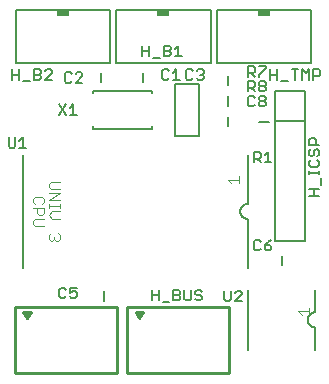
<source format=gto>
G75*
%MOIN*%
%OFA0B0*%
%FSLAX25Y25*%
%IPPOS*%
%LPD*%
%AMOC8*
5,1,8,0,0,1.08239X$1,22.5*
%
%ADD10C,0.00800*%
%ADD11C,0.00500*%
%ADD12C,0.00300*%
%ADD13C,0.00400*%
%ADD14C,0.01000*%
%ADD15R,0.03937X0.01969*%
%ADD16C,0.00787*%
D10*
X0024129Y0056805D02*
X0024129Y0094305D01*
X0075030Y0100665D02*
X0082771Y0100665D01*
X0082771Y0117988D01*
X0075030Y0117988D01*
X0075030Y0100665D01*
X0099129Y0094305D02*
X0099129Y0078055D01*
X0099031Y0078053D01*
X0098933Y0078047D01*
X0098835Y0078038D01*
X0098738Y0078024D01*
X0098641Y0078007D01*
X0098545Y0077986D01*
X0098450Y0077961D01*
X0098356Y0077933D01*
X0098264Y0077900D01*
X0098172Y0077865D01*
X0098082Y0077825D01*
X0097994Y0077783D01*
X0097907Y0077736D01*
X0097823Y0077687D01*
X0097740Y0077634D01*
X0097660Y0077578D01*
X0097581Y0077518D01*
X0097505Y0077456D01*
X0097432Y0077391D01*
X0097361Y0077323D01*
X0097293Y0077252D01*
X0097228Y0077179D01*
X0097166Y0077103D01*
X0097106Y0077024D01*
X0097050Y0076944D01*
X0096997Y0076861D01*
X0096948Y0076777D01*
X0096901Y0076690D01*
X0096859Y0076602D01*
X0096819Y0076512D01*
X0096784Y0076420D01*
X0096751Y0076328D01*
X0096723Y0076234D01*
X0096698Y0076139D01*
X0096677Y0076043D01*
X0096660Y0075946D01*
X0096646Y0075849D01*
X0096637Y0075751D01*
X0096631Y0075653D01*
X0096629Y0075555D01*
X0096631Y0075457D01*
X0096637Y0075359D01*
X0096646Y0075261D01*
X0096660Y0075164D01*
X0096677Y0075067D01*
X0096698Y0074971D01*
X0096723Y0074876D01*
X0096751Y0074782D01*
X0096784Y0074690D01*
X0096819Y0074598D01*
X0096859Y0074508D01*
X0096901Y0074420D01*
X0096948Y0074333D01*
X0096997Y0074249D01*
X0097050Y0074166D01*
X0097106Y0074086D01*
X0097166Y0074007D01*
X0097228Y0073931D01*
X0097293Y0073858D01*
X0097361Y0073787D01*
X0097432Y0073719D01*
X0097505Y0073654D01*
X0097581Y0073592D01*
X0097660Y0073532D01*
X0097740Y0073476D01*
X0097823Y0073423D01*
X0097907Y0073374D01*
X0097994Y0073327D01*
X0098082Y0073285D01*
X0098172Y0073245D01*
X0098264Y0073210D01*
X0098356Y0073177D01*
X0098450Y0073149D01*
X0098545Y0073124D01*
X0098641Y0073103D01*
X0098738Y0073086D01*
X0098835Y0073072D01*
X0098933Y0073063D01*
X0099031Y0073057D01*
X0099129Y0073055D01*
X0099129Y0056805D01*
X0099147Y0049445D02*
X0099147Y0029445D01*
X0121647Y0029445D02*
X0121647Y0036945D01*
X0121549Y0036947D01*
X0121451Y0036953D01*
X0121353Y0036962D01*
X0121256Y0036976D01*
X0121159Y0036993D01*
X0121063Y0037014D01*
X0120968Y0037039D01*
X0120874Y0037067D01*
X0120782Y0037100D01*
X0120690Y0037135D01*
X0120600Y0037175D01*
X0120512Y0037217D01*
X0120425Y0037264D01*
X0120341Y0037313D01*
X0120258Y0037366D01*
X0120178Y0037422D01*
X0120099Y0037482D01*
X0120023Y0037544D01*
X0119950Y0037609D01*
X0119879Y0037677D01*
X0119811Y0037748D01*
X0119746Y0037821D01*
X0119684Y0037897D01*
X0119624Y0037976D01*
X0119568Y0038056D01*
X0119515Y0038139D01*
X0119466Y0038223D01*
X0119419Y0038310D01*
X0119377Y0038398D01*
X0119337Y0038488D01*
X0119302Y0038580D01*
X0119269Y0038672D01*
X0119241Y0038766D01*
X0119216Y0038861D01*
X0119195Y0038957D01*
X0119178Y0039054D01*
X0119164Y0039151D01*
X0119155Y0039249D01*
X0119149Y0039347D01*
X0119147Y0039445D01*
X0119149Y0039543D01*
X0119155Y0039641D01*
X0119164Y0039739D01*
X0119178Y0039836D01*
X0119195Y0039933D01*
X0119216Y0040029D01*
X0119241Y0040124D01*
X0119269Y0040218D01*
X0119302Y0040310D01*
X0119337Y0040402D01*
X0119377Y0040492D01*
X0119419Y0040580D01*
X0119466Y0040667D01*
X0119515Y0040751D01*
X0119568Y0040834D01*
X0119624Y0040914D01*
X0119684Y0040993D01*
X0119746Y0041069D01*
X0119811Y0041142D01*
X0119879Y0041213D01*
X0119950Y0041281D01*
X0120023Y0041346D01*
X0120099Y0041408D01*
X0120178Y0041468D01*
X0120258Y0041524D01*
X0120341Y0041577D01*
X0120425Y0041626D01*
X0120512Y0041673D01*
X0120600Y0041715D01*
X0120690Y0041755D01*
X0120782Y0041790D01*
X0120874Y0041823D01*
X0120968Y0041851D01*
X0121063Y0041876D01*
X0121159Y0041897D01*
X0121256Y0041914D01*
X0121353Y0041928D01*
X0121451Y0041937D01*
X0121549Y0041943D01*
X0121647Y0041945D01*
X0121647Y0049445D01*
X0118349Y0065626D02*
X0108349Y0065626D01*
X0108349Y0105626D01*
X0118349Y0105626D01*
X0108349Y0105626D02*
X0108349Y0115626D01*
X0118349Y0115626D01*
X0118349Y0065626D01*
D11*
X0110397Y0060705D02*
X0110397Y0057555D01*
X0106461Y0062530D02*
X0105314Y0062530D01*
X0104741Y0063103D01*
X0104741Y0064249D01*
X0106461Y0064249D01*
X0107034Y0063676D01*
X0107034Y0063103D01*
X0106461Y0062530D01*
X0104741Y0064249D02*
X0105888Y0065396D01*
X0107034Y0065969D01*
X0103409Y0065396D02*
X0102836Y0065969D01*
X0101689Y0065969D01*
X0101116Y0065396D01*
X0101116Y0063103D01*
X0101689Y0062530D01*
X0102836Y0062530D01*
X0103409Y0063103D01*
X0096618Y0049040D02*
X0095472Y0049040D01*
X0094899Y0048467D01*
X0093567Y0049040D02*
X0093567Y0046174D01*
X0092993Y0045600D01*
X0091847Y0045600D01*
X0091273Y0046174D01*
X0091273Y0049040D01*
X0094899Y0045600D02*
X0097192Y0047894D01*
X0097192Y0048467D01*
X0096618Y0049040D01*
X0097192Y0045600D02*
X0094899Y0045600D01*
X0083929Y0046410D02*
X0083355Y0045837D01*
X0082209Y0045837D01*
X0081635Y0046410D01*
X0082209Y0047557D02*
X0083355Y0047557D01*
X0083929Y0046983D01*
X0083929Y0046410D01*
X0082209Y0047557D02*
X0081635Y0048130D01*
X0081635Y0048703D01*
X0082209Y0049277D01*
X0083355Y0049277D01*
X0083929Y0048703D01*
X0080304Y0049277D02*
X0080304Y0046410D01*
X0079730Y0045837D01*
X0078584Y0045837D01*
X0078010Y0046410D01*
X0078010Y0049277D01*
X0076678Y0048703D02*
X0076678Y0048130D01*
X0076105Y0047557D01*
X0074385Y0047557D01*
X0074385Y0045837D02*
X0074385Y0049277D01*
X0076105Y0049277D01*
X0076678Y0048703D01*
X0076105Y0047557D02*
X0076678Y0046983D01*
X0076678Y0046410D01*
X0076105Y0045837D01*
X0074385Y0045837D01*
X0073053Y0045263D02*
X0070760Y0045263D01*
X0069428Y0045837D02*
X0069428Y0049277D01*
X0069428Y0047557D02*
X0067135Y0047557D01*
X0067135Y0045837D02*
X0067135Y0049277D01*
X0051341Y0048894D02*
X0051341Y0045744D01*
X0042074Y0047158D02*
X0041500Y0046585D01*
X0040354Y0046585D01*
X0039780Y0047158D01*
X0039780Y0048305D02*
X0040927Y0048878D01*
X0041500Y0048878D01*
X0042074Y0048305D01*
X0042074Y0047158D01*
X0039780Y0048305D02*
X0039780Y0050025D01*
X0042074Y0050025D01*
X0038449Y0049451D02*
X0037875Y0050025D01*
X0036729Y0050025D01*
X0036155Y0049451D01*
X0036155Y0047158D01*
X0036729Y0046585D01*
X0037875Y0046585D01*
X0038449Y0047158D01*
X0025341Y0096781D02*
X0023048Y0096781D01*
X0024195Y0096781D02*
X0024195Y0100221D01*
X0023048Y0099075D01*
X0021716Y0100221D02*
X0021716Y0097355D01*
X0021143Y0096781D01*
X0019996Y0096781D01*
X0019423Y0097355D01*
X0019423Y0100221D01*
X0036155Y0107805D02*
X0038449Y0111245D01*
X0039780Y0110098D02*
X0040927Y0111245D01*
X0040927Y0107805D01*
X0039780Y0107805D02*
X0042074Y0107805D01*
X0038449Y0107805D02*
X0036155Y0111245D01*
X0038697Y0118435D02*
X0038124Y0119008D01*
X0038124Y0121302D01*
X0038697Y0121875D01*
X0039844Y0121875D01*
X0040417Y0121302D01*
X0041749Y0121302D02*
X0042322Y0121875D01*
X0043469Y0121875D01*
X0044042Y0121302D01*
X0044042Y0120728D01*
X0041749Y0118435D01*
X0044042Y0118435D01*
X0040417Y0119008D02*
X0039844Y0118435D01*
X0038697Y0118435D01*
X0033888Y0119419D02*
X0031595Y0119419D01*
X0033888Y0121713D01*
X0033888Y0122286D01*
X0033314Y0122859D01*
X0032168Y0122859D01*
X0031595Y0122286D01*
X0030263Y0122286D02*
X0030263Y0121713D01*
X0029689Y0121139D01*
X0027969Y0121139D01*
X0027969Y0119419D02*
X0029689Y0119419D01*
X0030263Y0119993D01*
X0030263Y0120566D01*
X0029689Y0121139D01*
X0030263Y0122286D02*
X0029689Y0122859D01*
X0027969Y0122859D01*
X0027969Y0119419D01*
X0026638Y0118846D02*
X0024344Y0118846D01*
X0023012Y0119419D02*
X0023012Y0122859D01*
X0023012Y0121139D02*
X0020719Y0121139D01*
X0020719Y0119419D02*
X0020719Y0122859D01*
X0021814Y0125075D02*
X0053310Y0125075D01*
X0053310Y0142791D01*
X0021814Y0142791D01*
X0021814Y0125075D01*
X0050357Y0121728D02*
X0050357Y0118579D01*
X0055278Y0125075D02*
X0086775Y0125075D01*
X0086775Y0142791D01*
X0055278Y0142791D01*
X0055278Y0125075D01*
X0064026Y0127293D02*
X0064026Y0130733D01*
X0064026Y0129013D02*
X0066319Y0129013D01*
X0066319Y0130733D02*
X0066319Y0127293D01*
X0067651Y0126720D02*
X0069945Y0126720D01*
X0071276Y0127293D02*
X0072996Y0127293D01*
X0073570Y0127867D01*
X0073570Y0128440D01*
X0072996Y0129013D01*
X0071276Y0129013D01*
X0071276Y0127293D02*
X0071276Y0130733D01*
X0072996Y0130733D01*
X0073570Y0130160D01*
X0073570Y0129587D01*
X0072996Y0129013D01*
X0074902Y0129587D02*
X0076048Y0130733D01*
X0076048Y0127293D01*
X0074902Y0127293D02*
X0077195Y0127293D01*
X0075376Y0122859D02*
X0074229Y0121713D01*
X0072897Y0122286D02*
X0072324Y0122859D01*
X0071177Y0122859D01*
X0070604Y0122286D01*
X0070604Y0119993D01*
X0071177Y0119419D01*
X0072324Y0119419D01*
X0072897Y0119993D01*
X0074229Y0119419D02*
X0076523Y0119419D01*
X0075376Y0119419D02*
X0075376Y0122859D01*
X0078478Y0122286D02*
X0078478Y0119993D01*
X0079051Y0119419D01*
X0080198Y0119419D01*
X0080771Y0119993D01*
X0082103Y0119993D02*
X0082677Y0119419D01*
X0083823Y0119419D01*
X0084397Y0119993D01*
X0084397Y0120566D01*
X0083823Y0121139D01*
X0083250Y0121139D01*
X0083823Y0121139D02*
X0084397Y0121713D01*
X0084397Y0122286D01*
X0083823Y0122859D01*
X0082677Y0122859D01*
X0082103Y0122286D01*
X0080771Y0122286D02*
X0080198Y0122859D01*
X0079051Y0122859D01*
X0078478Y0122286D01*
X0088743Y0125075D02*
X0120239Y0125075D01*
X0120239Y0142791D01*
X0088743Y0142791D01*
X0088743Y0125075D01*
X0092680Y0120744D02*
X0092680Y0117594D01*
X0092680Y0113854D02*
X0092680Y0110705D01*
X0092680Y0106965D02*
X0092680Y0103815D01*
X0099721Y0110561D02*
X0100867Y0110561D01*
X0101441Y0111134D01*
X0102773Y0111134D02*
X0102773Y0111708D01*
X0103346Y0112281D01*
X0104493Y0112281D01*
X0105066Y0111708D01*
X0105066Y0111134D01*
X0104493Y0110561D01*
X0103346Y0110561D01*
X0102773Y0111134D01*
X0103346Y0112281D02*
X0102773Y0112854D01*
X0102773Y0113428D01*
X0103346Y0114001D01*
X0104493Y0114001D01*
X0105066Y0113428D01*
X0105066Y0112854D01*
X0104493Y0112281D01*
X0104493Y0115482D02*
X0103346Y0115482D01*
X0102773Y0116056D01*
X0102773Y0116629D01*
X0103346Y0117202D01*
X0104493Y0117202D01*
X0105066Y0116629D01*
X0105066Y0116056D01*
X0104493Y0115482D01*
X0104493Y0117202D02*
X0105066Y0117776D01*
X0105066Y0118349D01*
X0104493Y0118922D01*
X0103346Y0118922D01*
X0102773Y0118349D01*
X0102773Y0117776D01*
X0103346Y0117202D01*
X0101441Y0117202D02*
X0100867Y0116629D01*
X0099147Y0116629D01*
X0099147Y0115482D02*
X0099147Y0118922D01*
X0100867Y0118922D01*
X0101441Y0118349D01*
X0101441Y0117202D01*
X0100294Y0116629D02*
X0101441Y0115482D01*
X0100867Y0114001D02*
X0099721Y0114001D01*
X0099147Y0113428D01*
X0099147Y0111134D01*
X0099721Y0110561D01*
X0101441Y0113428D02*
X0100867Y0114001D01*
X0101441Y0120404D02*
X0100294Y0121550D01*
X0100867Y0121550D02*
X0099147Y0121550D01*
X0099147Y0120404D02*
X0099147Y0123843D01*
X0100867Y0123843D01*
X0101441Y0123270D01*
X0101441Y0122124D01*
X0100867Y0121550D01*
X0102773Y0120977D02*
X0102773Y0120404D01*
X0102773Y0120977D02*
X0105066Y0123270D01*
X0105066Y0123843D01*
X0102773Y0123843D01*
X0106505Y0122859D02*
X0106505Y0119419D01*
X0106505Y0121139D02*
X0108798Y0121139D01*
X0108798Y0122859D02*
X0108798Y0119419D01*
X0110130Y0118846D02*
X0112423Y0118846D01*
X0114902Y0119419D02*
X0114902Y0122859D01*
X0113755Y0122859D02*
X0116049Y0122859D01*
X0117380Y0122859D02*
X0118527Y0121713D01*
X0119674Y0122859D01*
X0119674Y0119419D01*
X0121005Y0119419D02*
X0121005Y0122859D01*
X0122725Y0122859D01*
X0123299Y0122286D01*
X0123299Y0121139D01*
X0122725Y0120566D01*
X0121005Y0120566D01*
X0117380Y0119419D02*
X0117380Y0122859D01*
X0106066Y0105390D02*
X0102916Y0105390D01*
X0102836Y0095300D02*
X0101116Y0095300D01*
X0101116Y0091860D01*
X0101116Y0093007D02*
X0102836Y0093007D01*
X0103409Y0093580D01*
X0103409Y0094727D01*
X0102836Y0095300D01*
X0102263Y0093007D02*
X0103409Y0091860D01*
X0104741Y0091860D02*
X0107034Y0091860D01*
X0105888Y0091860D02*
X0105888Y0095300D01*
X0104741Y0094154D01*
X0119502Y0094470D02*
X0120075Y0093897D01*
X0120649Y0093897D01*
X0121222Y0094470D01*
X0121222Y0095617D01*
X0121795Y0096190D01*
X0122369Y0096190D01*
X0122942Y0095617D01*
X0122942Y0094470D01*
X0122369Y0093897D01*
X0122369Y0092565D02*
X0122942Y0091992D01*
X0122942Y0090845D01*
X0122369Y0090272D01*
X0120075Y0090272D01*
X0119502Y0090845D01*
X0119502Y0091992D01*
X0120075Y0092565D01*
X0119502Y0094470D02*
X0119502Y0095617D01*
X0120075Y0096190D01*
X0119502Y0097522D02*
X0119502Y0099242D01*
X0120075Y0099815D01*
X0121222Y0099815D01*
X0121795Y0099242D01*
X0121795Y0097522D01*
X0122942Y0097522D02*
X0119502Y0097522D01*
X0119502Y0089002D02*
X0119502Y0087855D01*
X0119502Y0088428D02*
X0122942Y0088428D01*
X0122942Y0087855D02*
X0122942Y0089002D01*
X0123515Y0086523D02*
X0123515Y0084230D01*
X0122942Y0082898D02*
X0119502Y0082898D01*
X0121222Y0082898D02*
X0121222Y0080605D01*
X0122942Y0080605D02*
X0119502Y0080605D01*
X0064137Y0118579D02*
X0064137Y0121728D01*
D12*
X0096166Y0087344D02*
X0096166Y0084875D01*
X0096166Y0086110D02*
X0092463Y0086110D01*
X0093697Y0084875D01*
X0119668Y0043396D02*
X0119668Y0040970D01*
X0119668Y0042183D02*
X0116028Y0042183D01*
X0117241Y0040970D01*
D13*
X0036426Y0066366D02*
X0035825Y0065765D01*
X0035225Y0065765D01*
X0034624Y0066366D01*
X0034024Y0065765D01*
X0033423Y0065765D01*
X0032823Y0066366D01*
X0032823Y0067567D01*
X0033423Y0068167D01*
X0034624Y0066966D02*
X0034624Y0066366D01*
X0036426Y0066366D02*
X0036426Y0067567D01*
X0035825Y0068167D01*
X0036426Y0073131D02*
X0034024Y0073131D01*
X0032823Y0074332D01*
X0034024Y0075533D01*
X0036426Y0075533D01*
X0036426Y0076788D02*
X0036426Y0077989D01*
X0036426Y0077388D02*
X0032823Y0077388D01*
X0032823Y0076788D02*
X0032823Y0077989D01*
X0032823Y0079270D02*
X0036426Y0079270D01*
X0036426Y0081672D02*
X0032823Y0081672D01*
X0033423Y0082953D02*
X0036426Y0082953D01*
X0036426Y0081672D02*
X0032823Y0079270D01*
X0031213Y0079755D02*
X0030613Y0080355D01*
X0028211Y0080355D01*
X0027610Y0079755D01*
X0027610Y0078554D01*
X0028211Y0077953D01*
X0028811Y0076672D02*
X0028811Y0074870D01*
X0029412Y0074270D01*
X0030613Y0074270D01*
X0031213Y0074870D01*
X0031213Y0076672D01*
X0027610Y0076672D01*
X0030613Y0077953D02*
X0031213Y0078554D01*
X0031213Y0079755D01*
X0033423Y0082953D02*
X0032823Y0083554D01*
X0032823Y0084755D01*
X0033423Y0085355D01*
X0036426Y0085355D01*
X0031213Y0072989D02*
X0028211Y0072989D01*
X0027610Y0072388D01*
X0027610Y0071187D01*
X0028211Y0070587D01*
X0031213Y0070587D01*
D14*
X0021617Y0043579D02*
X0021617Y0021531D01*
X0055475Y0021531D01*
X0055475Y0043579D01*
X0021617Y0043579D01*
X0024373Y0042004D02*
X0025554Y0040035D01*
X0026735Y0042004D01*
X0024373Y0042004D01*
X0024530Y0041741D02*
X0026578Y0041741D01*
X0025978Y0040743D02*
X0025130Y0040743D01*
X0059019Y0043579D02*
X0059019Y0021531D01*
X0092877Y0021531D01*
X0092877Y0043579D01*
X0059019Y0043579D01*
X0061775Y0042004D02*
X0062956Y0040035D01*
X0064137Y0042004D01*
X0061775Y0042004D01*
X0061932Y0041741D02*
X0063979Y0041741D01*
X0063380Y0040743D02*
X0062531Y0040743D01*
D15*
X0071026Y0141807D03*
X0104491Y0141807D03*
X0037562Y0141807D03*
D16*
X0047404Y0115626D02*
X0067089Y0115626D01*
X0067089Y0114839D01*
X0067089Y0103815D02*
X0067089Y0103028D01*
X0047404Y0103028D01*
X0047404Y0103815D01*
X0047404Y0114839D02*
X0047404Y0115626D01*
M02*

</source>
